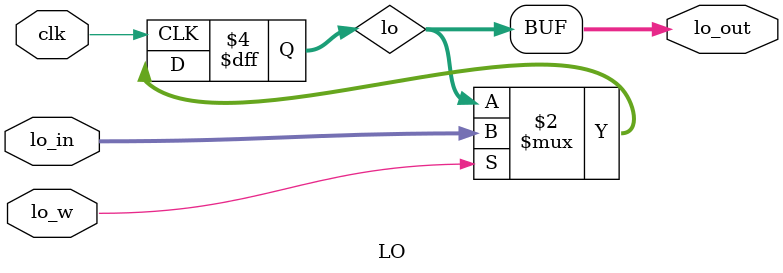
<source format=v>
`timescale 1ns / 1ps


module LO(
input lo_w,
input clk,
input [31:0]lo_in,
output [31:0]lo_out
    );
    
    reg [31:0]lo;
    always@(negedge clk)
    begin
        if(lo_w)
            lo<=lo_in;      
    end
    assign lo_out=lo;
    
endmodule


</source>
